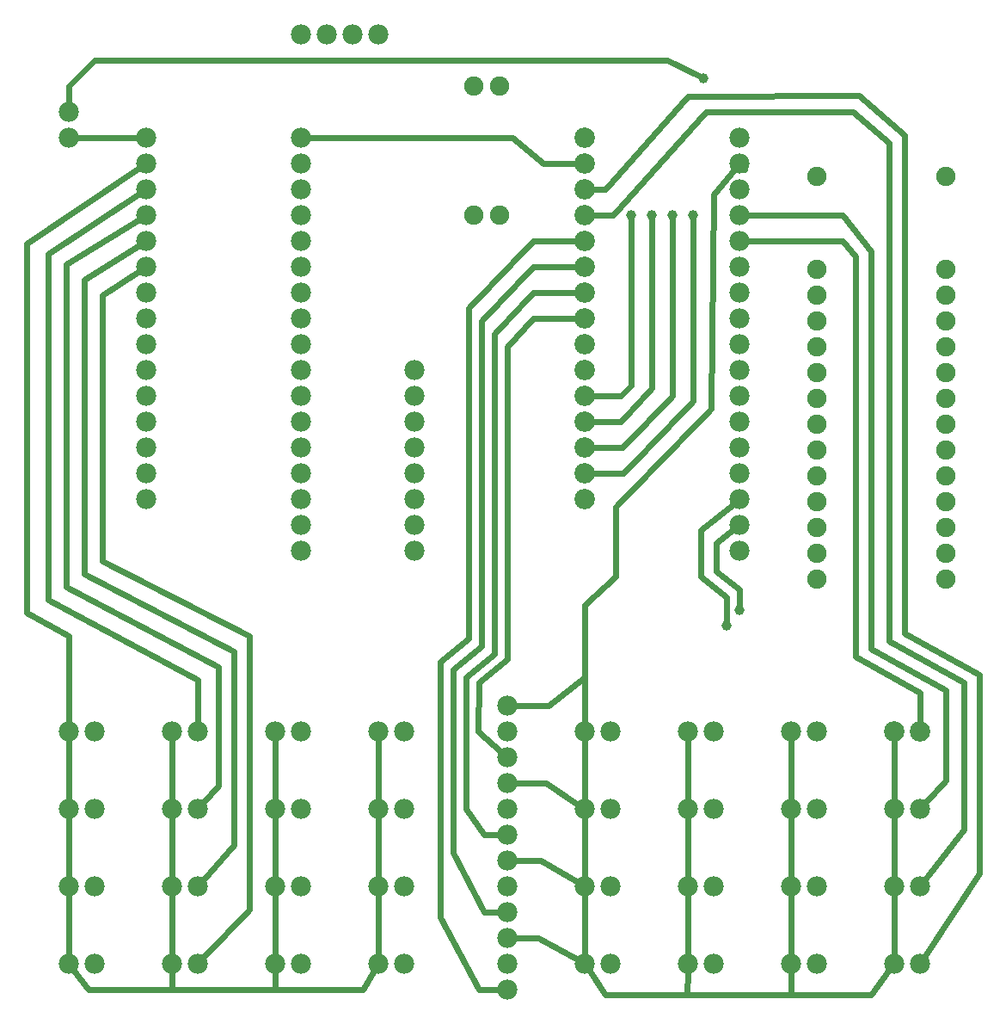
<source format=gbl>
G04 MADE WITH FRITZING*
G04 WWW.FRITZING.ORG*
G04 DOUBLE SIDED*
G04 HOLES PLATED*
G04 CONTOUR ON CENTER OF CONTOUR VECTOR*
%ASAXBY*%
%FSLAX23Y23*%
%MOIN*%
%OFA0B0*%
%SFA1.0B1.0*%
%ADD10C,0.039370*%
%ADD11C,0.078000*%
%ADD12C,0.079370*%
%ADD13C,0.075000*%
%ADD14C,0.024000*%
%LNCOPPER0*%
G90*
G70*
G54D10*
X2886Y1577D03*
X2836Y1517D03*
G54D11*
X1486Y3807D03*
X1386Y3807D03*
X1286Y3807D03*
X1186Y3807D03*
X1486Y207D03*
X1486Y207D03*
X1586Y207D03*
X1086Y807D03*
X1086Y807D03*
X1186Y807D03*
X286Y207D03*
X286Y207D03*
X386Y207D03*
X1086Y207D03*
X1086Y207D03*
X1186Y207D03*
X1086Y507D03*
X1086Y507D03*
X1186Y507D03*
X686Y207D03*
X686Y207D03*
X786Y207D03*
X686Y507D03*
X686Y507D03*
X786Y507D03*
X1086Y1107D03*
X1086Y1107D03*
X1186Y1107D03*
X1486Y1107D03*
X1486Y1107D03*
X1586Y1107D03*
X286Y1107D03*
X286Y1107D03*
X386Y1107D03*
X286Y807D03*
X286Y807D03*
X386Y807D03*
X686Y1107D03*
X686Y1107D03*
X786Y1107D03*
X686Y807D03*
X686Y807D03*
X786Y807D03*
X286Y507D03*
X286Y507D03*
X386Y507D03*
X1626Y1907D03*
X1626Y1907D03*
X1626Y1807D03*
X1626Y2107D03*
X1626Y2107D03*
X1626Y2007D03*
X1626Y2307D03*
X1626Y2307D03*
X1626Y2207D03*
X286Y3407D03*
X286Y3407D03*
X286Y3507D03*
X1626Y2507D03*
X1626Y2507D03*
X1626Y2407D03*
X1486Y807D03*
X1486Y807D03*
X1586Y807D03*
X1486Y507D03*
X1486Y507D03*
X1586Y507D03*
X3486Y207D03*
X3486Y207D03*
X3586Y207D03*
X3486Y507D03*
X3486Y507D03*
X3586Y507D03*
X3486Y807D03*
X3486Y807D03*
X3586Y807D03*
G54D12*
X3486Y1107D03*
X3486Y1107D03*
X3586Y1107D03*
G54D11*
X3086Y207D03*
X3086Y207D03*
X3186Y207D03*
X3086Y507D03*
X3086Y507D03*
X3186Y507D03*
X3086Y807D03*
X3086Y807D03*
X3186Y807D03*
X3086Y1107D03*
X3086Y1107D03*
X3186Y1107D03*
X2686Y207D03*
X2686Y207D03*
X2786Y207D03*
X2686Y507D03*
X2686Y507D03*
X2786Y507D03*
X2686Y807D03*
X2686Y807D03*
X2786Y807D03*
X2686Y1107D03*
X2686Y1107D03*
X2786Y1107D03*
X2286Y207D03*
X2286Y207D03*
X2386Y207D03*
X2286Y507D03*
X2286Y507D03*
X2386Y507D03*
X2286Y807D03*
X2286Y807D03*
X2386Y807D03*
X2286Y1107D03*
X2286Y1107D03*
X2386Y1107D03*
X1186Y3407D03*
X1186Y3307D03*
X1186Y3207D03*
X1186Y3107D03*
X1186Y3007D03*
X1186Y2907D03*
X1186Y2807D03*
X1186Y2707D03*
X1186Y2607D03*
X1186Y2507D03*
X1186Y2407D03*
X1186Y2307D03*
X1186Y2207D03*
X1186Y2107D03*
X1186Y2007D03*
X1186Y1907D03*
X1186Y1807D03*
X586Y3407D03*
X586Y3307D03*
X586Y3207D03*
X586Y3107D03*
X586Y3007D03*
X586Y2907D03*
X586Y2807D03*
X586Y2707D03*
X586Y2607D03*
X586Y2507D03*
X586Y2407D03*
X586Y2307D03*
X586Y2207D03*
X586Y2107D03*
X586Y2007D03*
G54D12*
X2286Y3407D03*
X2286Y3307D03*
X2286Y3207D03*
X2286Y3107D03*
X2286Y3007D03*
X2286Y2907D03*
X2286Y2807D03*
X2286Y2707D03*
X2286Y2607D03*
X2286Y2507D03*
X2286Y2407D03*
X2286Y2307D03*
X2286Y2207D03*
X2286Y2107D03*
X2286Y2007D03*
G54D11*
X2886Y3407D03*
X2886Y3307D03*
X2886Y3207D03*
X2886Y3107D03*
X2886Y3007D03*
X2886Y2907D03*
X2886Y2807D03*
X2886Y2707D03*
X2886Y2607D03*
X2886Y2507D03*
X2886Y2407D03*
X2886Y2307D03*
X2886Y2207D03*
X2886Y2107D03*
X2886Y2007D03*
X2886Y1907D03*
X2886Y1807D03*
G54D13*
X1956Y3607D03*
X1956Y3107D03*
X1856Y3607D03*
X1856Y3107D03*
X3186Y3257D03*
X3686Y3257D03*
X3186Y2897D03*
X3686Y2897D03*
X3186Y1697D03*
X3686Y1697D03*
X3186Y1997D03*
X3686Y1997D03*
X3186Y2797D03*
X3686Y2797D03*
X3186Y2697D03*
X3686Y2697D03*
X3186Y2597D03*
X3686Y2597D03*
X3186Y2497D03*
X3686Y2497D03*
X3186Y2397D03*
X3686Y2397D03*
X3186Y2297D03*
X3686Y2297D03*
X3186Y2197D03*
X3686Y2197D03*
X3186Y2097D03*
X3686Y2097D03*
X3186Y1897D03*
X3686Y1897D03*
X3186Y1797D03*
X3686Y1797D03*
G54D11*
X1986Y607D03*
X1986Y507D03*
X1986Y407D03*
X1986Y307D03*
X1986Y207D03*
X1986Y107D03*
X1986Y907D03*
X1986Y807D03*
X1986Y707D03*
X1986Y1207D03*
X1986Y1107D03*
X1986Y1007D03*
G54D10*
X2466Y3107D03*
X2546Y3107D03*
X2626Y3107D03*
X2706Y3107D03*
X2746Y3637D03*
G54D14*
X2836Y1627D02*
X2836Y1536D01*
D02*
X2736Y1706D02*
X2836Y1627D01*
D02*
X2736Y1888D02*
X2736Y1706D01*
D02*
X2863Y1988D02*
X2736Y1888D01*
D02*
X2886Y1657D02*
X2796Y1727D01*
D02*
X2796Y1727D02*
X2796Y1837D01*
D02*
X2796Y1837D02*
X2863Y1889D01*
D02*
X2886Y1596D02*
X2886Y1657D01*
D02*
X2916Y3107D02*
X3286Y3107D01*
D02*
X3286Y3107D02*
X3397Y2968D01*
D02*
X3397Y2968D02*
X3396Y1427D01*
D02*
X3396Y1427D02*
X3687Y1268D01*
D02*
X3687Y1268D02*
X3686Y917D01*
D02*
X3686Y917D02*
X3606Y829D01*
D02*
X3287Y3008D02*
X3336Y2947D01*
D02*
X3336Y2947D02*
X3336Y1398D01*
D02*
X2916Y3007D02*
X3287Y3008D01*
D02*
X3336Y1398D02*
X3586Y1258D01*
D02*
X3586Y1258D02*
X3586Y1138D01*
D02*
X2777Y2358D02*
X2787Y3187D01*
D02*
X2407Y1977D02*
X2777Y2358D01*
D02*
X2407Y1707D02*
X2407Y1977D01*
D02*
X2287Y1597D02*
X2407Y1707D01*
D02*
X2287Y1318D02*
X2287Y1597D01*
D02*
X2787Y3187D02*
X2887Y3306D01*
D02*
X2887Y3306D02*
X2906Y3284D01*
D02*
X2286Y1137D02*
X2287Y1318D01*
D02*
X2367Y87D02*
X2303Y182D01*
D02*
X2685Y88D02*
X2367Y87D01*
D02*
X2686Y177D02*
X2685Y88D01*
D02*
X2685Y88D02*
X2686Y177D01*
D02*
X3087Y88D02*
X2685Y88D01*
D02*
X3086Y177D02*
X3087Y88D01*
D02*
X3087Y88D02*
X3086Y177D01*
D02*
X3397Y87D02*
X3087Y88D01*
D02*
X3468Y183D02*
X3397Y87D01*
D02*
X2396Y3107D02*
X2756Y3508D01*
D02*
X3327Y3508D02*
X3466Y3387D01*
D02*
X2756Y3508D02*
X3327Y3508D01*
D02*
X2317Y3107D02*
X2396Y3107D01*
D02*
X3466Y3387D02*
X3466Y1457D01*
D02*
X3466Y1457D02*
X3756Y1298D01*
D02*
X3756Y1298D02*
X3757Y727D01*
D02*
X3757Y727D02*
X3605Y531D01*
D02*
X2367Y3207D02*
X2687Y3566D01*
D02*
X3349Y3570D02*
X3526Y3417D01*
D02*
X3816Y557D02*
X3603Y232D01*
D02*
X3817Y1327D02*
X3816Y557D01*
D02*
X3527Y1488D02*
X3817Y1327D01*
D02*
X3526Y3417D02*
X3527Y1488D01*
D02*
X2687Y3566D02*
X3349Y3570D01*
D02*
X2317Y3207D02*
X2367Y3207D01*
D02*
X2148Y1208D02*
X2016Y1207D01*
D02*
X2287Y1318D02*
X2148Y1208D01*
D02*
X2136Y906D02*
X2016Y907D01*
D02*
X2261Y824D02*
X2136Y906D01*
D02*
X2116Y607D02*
X2260Y522D01*
D02*
X2016Y607D02*
X2116Y607D01*
D02*
X2107Y308D02*
X2260Y222D01*
D02*
X2016Y307D02*
X2107Y308D01*
D02*
X1986Y2597D02*
X1986Y1387D01*
D02*
X2086Y2707D02*
X1986Y2597D01*
D02*
X1986Y1387D02*
X1876Y1297D01*
D02*
X1876Y1297D02*
X1875Y1107D01*
D02*
X1875Y1107D02*
X1964Y1027D01*
D02*
X2256Y2707D02*
X2086Y2707D01*
D02*
X1936Y2647D02*
X1936Y1407D01*
D02*
X1896Y708D02*
X1956Y707D01*
D02*
X1826Y807D02*
X1896Y708D01*
D02*
X1826Y1317D02*
X1826Y807D01*
D02*
X1936Y1407D02*
X1826Y1317D01*
D02*
X2086Y2807D02*
X1936Y2647D01*
D02*
X2256Y2807D02*
X2086Y2807D01*
D02*
X1886Y2697D02*
X1886Y1437D01*
D02*
X1896Y407D02*
X1956Y407D01*
D02*
X2086Y2907D02*
X1886Y2697D01*
D02*
X1886Y1437D02*
X1777Y1347D01*
D02*
X1777Y1347D02*
X1776Y638D01*
D02*
X1776Y638D02*
X1896Y407D01*
D02*
X2256Y2907D02*
X2086Y2907D01*
D02*
X1836Y2747D02*
X1836Y1467D01*
D02*
X1876Y107D02*
X1956Y107D01*
D02*
X1726Y387D02*
X1876Y107D01*
D02*
X1727Y1377D02*
X1726Y387D01*
D02*
X1836Y1467D02*
X1727Y1377D01*
D02*
X2086Y3007D02*
X1836Y2747D01*
D02*
X2256Y3007D02*
X2086Y3007D01*
D02*
X2286Y837D02*
X2286Y1077D01*
D02*
X2286Y537D02*
X2286Y777D01*
D02*
X2286Y237D02*
X2286Y477D01*
D02*
X2686Y837D02*
X2686Y1077D01*
D02*
X3086Y837D02*
X3086Y1077D01*
D02*
X3086Y537D02*
X3086Y777D01*
D02*
X3086Y237D02*
X3086Y477D01*
D02*
X3486Y837D02*
X3486Y1076D01*
D02*
X3486Y537D02*
X3486Y777D01*
D02*
X3486Y237D02*
X3486Y477D01*
D02*
X2686Y537D02*
X2686Y777D01*
D02*
X2686Y237D02*
X2686Y477D01*
D02*
X2707Y2388D02*
X2437Y2107D01*
D02*
X2437Y2107D02*
X2317Y2107D01*
D02*
X2706Y3088D02*
X2707Y2388D01*
D02*
X2435Y2206D02*
X2317Y2207D01*
D02*
X2626Y2407D02*
X2435Y2206D01*
D02*
X2626Y3088D02*
X2626Y2407D01*
D02*
X2546Y2437D02*
X2426Y2308D01*
D02*
X2426Y2308D02*
X2317Y2307D01*
D02*
X2546Y3088D02*
X2546Y2437D01*
D02*
X2467Y2448D02*
X2426Y2407D01*
D02*
X2426Y2407D02*
X2317Y2407D01*
D02*
X2466Y3088D02*
X2467Y2448D01*
D02*
X2606Y3707D02*
X2729Y3646D01*
D02*
X387Y3706D02*
X2606Y3707D01*
D02*
X286Y3608D02*
X387Y3706D01*
D02*
X286Y3537D02*
X286Y3608D01*
D02*
X556Y3407D02*
X316Y3407D01*
D02*
X286Y837D02*
X286Y1077D01*
D02*
X286Y537D02*
X286Y777D01*
D02*
X286Y237D02*
X286Y477D01*
D02*
X686Y837D02*
X686Y1077D01*
D02*
X686Y537D02*
X686Y777D01*
D02*
X686Y237D02*
X686Y477D01*
D02*
X1086Y837D02*
X1086Y1077D01*
D02*
X1086Y537D02*
X1086Y777D01*
D02*
X1086Y237D02*
X1086Y477D01*
D02*
X1486Y837D02*
X1486Y1077D01*
D02*
X1486Y537D02*
X1486Y777D01*
D02*
X1486Y237D02*
X1486Y477D01*
D02*
X686Y107D02*
X365Y107D01*
D02*
X365Y107D02*
X305Y183D01*
D02*
X686Y177D02*
X686Y107D01*
D02*
X686Y107D02*
X686Y177D01*
D02*
X1086Y107D02*
X686Y107D01*
D02*
X1086Y177D02*
X1086Y107D01*
D02*
X1086Y107D02*
X1086Y177D01*
D02*
X1426Y106D02*
X1086Y107D01*
D02*
X1471Y181D02*
X1426Y106D01*
D02*
X207Y2958D02*
X561Y3191D01*
D02*
X206Y1617D02*
X207Y2958D01*
D02*
X786Y1307D02*
X206Y1617D01*
D02*
X786Y1137D02*
X786Y1307D01*
D02*
X867Y898D02*
X806Y830D01*
D02*
X867Y1358D02*
X867Y898D01*
D02*
X277Y1666D02*
X867Y1358D01*
D02*
X277Y2916D02*
X277Y1666D01*
D02*
X561Y3091D02*
X277Y2916D01*
D02*
X926Y666D02*
X806Y530D01*
D02*
X926Y1416D02*
X926Y666D01*
D02*
X347Y1718D02*
X926Y1416D01*
D02*
X347Y2856D02*
X347Y1718D01*
D02*
X561Y2991D02*
X347Y2856D01*
D02*
X986Y417D02*
X807Y229D01*
D02*
X986Y1477D02*
X986Y417D01*
D02*
X416Y1767D02*
X986Y1477D01*
D02*
X416Y2796D02*
X416Y1767D01*
D02*
X561Y2891D02*
X416Y2796D01*
D02*
X286Y1476D02*
X286Y1137D01*
D02*
X125Y1566D02*
X286Y1476D01*
D02*
X125Y2997D02*
X125Y1566D01*
D02*
X561Y3290D02*
X125Y2997D01*
D02*
X2007Y3408D02*
X1216Y3407D01*
D02*
X2256Y3307D02*
X2127Y3307D01*
D02*
X2127Y3307D02*
X2007Y3408D01*
G04 End of Copper0*
M02*
</source>
